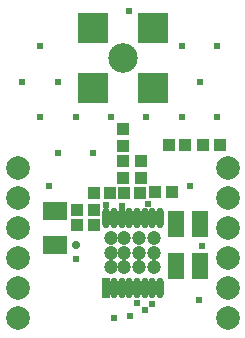
<source format=gts>
%FSLAX44Y44*%
%MOMM*%
G71*
G01*
G75*
G04 Layer_Color=8388736*
%ADD10C,0.0586*%
%ADD11R,0.8000X0.9000*%
%ADD12R,0.9000X0.8000*%
%ADD13R,1.2000X2.0000*%
%ADD14R,1.8000X1.3000*%
%ADD15R,0.4500X1.5000*%
%ADD16O,0.4500X1.5000*%
%ADD17C,0.4000*%
%ADD18C,0.2000*%
%ADD19C,0.7000*%
%ADD20C,0.3000*%
%ADD21C,0.5000*%
%ADD22C,0.8000*%
%ADD23R,2.4400X2.4400*%
%ADD24R,2.4400X2.4400*%
%ADD25C,2.3000*%
%ADD26C,1.8000*%
%ADD27C,1.0000*%
%ADD28C,0.4000*%
%ADD29C,0.5000*%
%ADD30C,0.1000*%
%ADD31C,0.1500*%
%ADD32R,1.0032X1.1032*%
%ADD33R,1.1032X1.0032*%
%ADD34R,1.4032X2.2032*%
%ADD35R,2.0032X1.5032*%
%ADD36R,0.6532X1.7032*%
%ADD37O,0.6532X1.7032*%
%ADD38R,2.6432X2.6432*%
%ADD39R,2.6432X2.6432*%
%ADD40C,2.5032*%
%ADD41C,2.0032*%
%ADD42C,1.2032*%
%ADD43C,0.6032*%
%ADD44C,0.7032*%
D32*
X14620Y120650D02*
D03*
X620D02*
D03*
X67930Y161290D02*
D03*
X81930D02*
D03*
X-10780Y120650D02*
D03*
X-24780D02*
D03*
X41290Y121920D02*
D03*
X27290D02*
D03*
X52720Y161290D02*
D03*
X38720D02*
D03*
X-38750Y106680D02*
D03*
X-24750D02*
D03*
X-38750Y93980D02*
D03*
X-24750D02*
D03*
D33*
X15240Y133970D02*
D03*
Y147970D02*
D03*
X0Y174640D02*
D03*
Y160640D02*
D03*
Y147970D02*
D03*
Y133970D02*
D03*
D34*
X44860Y94200D02*
D03*
X65360D02*
D03*
Y58700D02*
D03*
X44860D02*
D03*
D35*
X-57150Y76940D02*
D03*
Y105940D02*
D03*
D36*
X-13970Y40640D02*
D03*
D37*
X-7470D02*
D03*
X-970D02*
D03*
X5530D02*
D03*
X12030D02*
D03*
X18530D02*
D03*
X25030D02*
D03*
X31530D02*
D03*
X-13970Y99640D02*
D03*
X-7470D02*
D03*
X-970D02*
D03*
X5530D02*
D03*
X12030D02*
D03*
X18530D02*
D03*
X25030D02*
D03*
X31530D02*
D03*
D38*
X-25400Y209550D02*
D03*
Y260350D02*
D03*
D39*
X25400Y209550D02*
D03*
Y260350D02*
D03*
D40*
X0Y234950D02*
D03*
D41*
X-89060Y116540D02*
D03*
Y141940D02*
D03*
X88740Y91140D02*
D03*
X-89060Y14940D02*
D03*
X-89043Y40340D02*
D03*
X-89060Y65740D02*
D03*
Y91140D02*
D03*
X88740Y14964D02*
D03*
Y40340D02*
D03*
Y65740D02*
D03*
Y141940D02*
D03*
X88900Y116840D02*
D03*
D42*
X26670Y69850D02*
D03*
X13970D02*
D03*
Y82550D02*
D03*
X1270Y69850D02*
D03*
X-10160D02*
D03*
Y82550D02*
D03*
X26670Y58420D02*
D03*
X13970D02*
D03*
X-10160D02*
D03*
X1270D02*
D03*
X26670Y82550D02*
D03*
X1270D02*
D03*
D43*
X67310Y76200D02*
D03*
X64840Y30000D02*
D03*
X-970Y109520D02*
D03*
X-7920Y14940D02*
D03*
X19050Y21590D02*
D03*
X12030Y27340D02*
D03*
X-13970Y110490D02*
D03*
X6350Y16700D02*
D03*
X25030Y27040D02*
D03*
X21590Y111760D02*
D03*
X-70000Y185000D02*
D03*
X-85000Y215000D02*
D03*
X-70000Y245000D02*
D03*
X-40000Y65000D02*
D03*
X-55000Y155000D02*
D03*
X-40000Y185000D02*
D03*
X-55000Y215000D02*
D03*
X-25000Y155000D02*
D03*
X-10000Y185000D02*
D03*
X20000D02*
D03*
X5000Y275000D02*
D03*
X50000Y185000D02*
D03*
Y245000D02*
D03*
X80000Y185000D02*
D03*
X65000Y215000D02*
D03*
X80000Y245000D02*
D03*
X57220Y126520D02*
D03*
X-62780D02*
D03*
D44*
X-39512Y76940D02*
D03*
M02*

</source>
